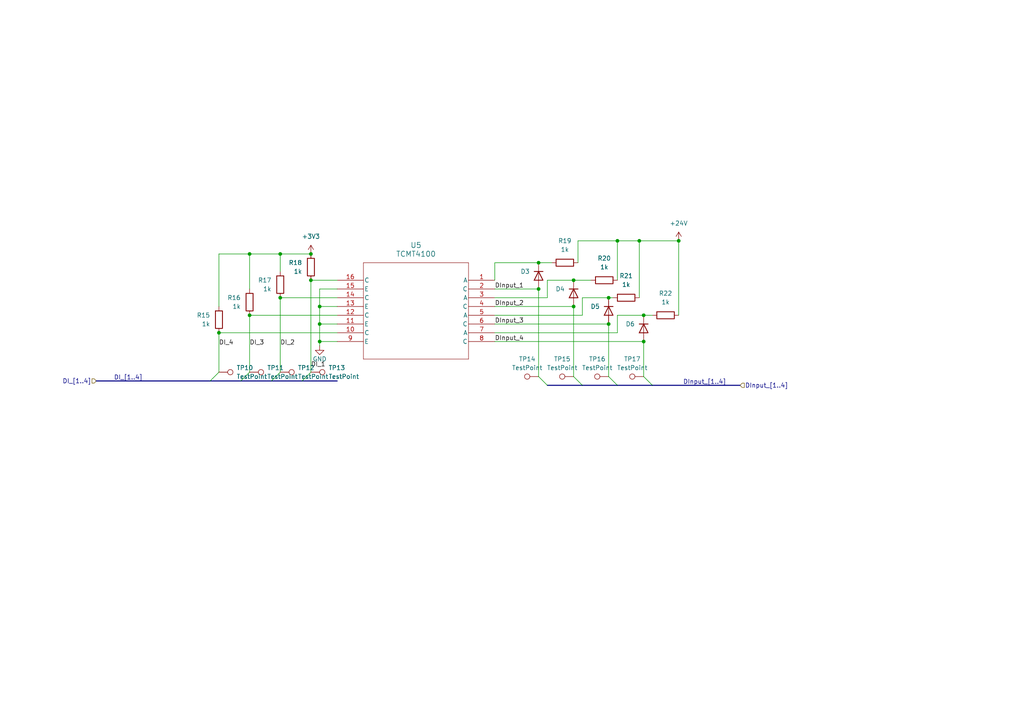
<source format=kicad_sch>
(kicad_sch
	(version 20231120)
	(generator "eeschema")
	(generator_version "8.0")
	(uuid "367302ec-2370-4de8-a40d-a401b2d7902b")
	(paper "A4")
	(lib_symbols
		(symbol "2024-05-30_00-10-32:TCMT4100"
			(pin_names
				(offset 0.254)
			)
			(exclude_from_sim no)
			(in_bom yes)
			(on_board yes)
			(property "Reference" "U"
				(at 22.86 10.16 0)
				(effects
					(font
						(size 1.524 1.524)
					)
				)
			)
			(property "Value" "TCMT4100"
				(at 22.86 7.62 0)
				(effects
					(font
						(size 1.524 1.524)
					)
				)
			)
			(property "Footprint" "SOP-16_TCMT_VIS"
				(at 0 0 0)
				(effects
					(font
						(size 1.27 1.27)
						(italic yes)
					)
					(hide yes)
				)
			)
			(property "Datasheet" "TCMT4100"
				(at 0 0 0)
				(effects
					(font
						(size 1.27 1.27)
						(italic yes)
					)
					(hide yes)
				)
			)
			(property "Description" ""
				(at 0 0 0)
				(effects
					(font
						(size 1.27 1.27)
					)
					(hide yes)
				)
			)
			(property "ki_locked" ""
				(at 0 0 0)
				(effects
					(font
						(size 1.27 1.27)
					)
				)
			)
			(property "ki_keywords" "TCMT4100"
				(at 0 0 0)
				(effects
					(font
						(size 1.27 1.27)
					)
					(hide yes)
				)
			)
			(property "ki_fp_filters" "SOP-16_TCMT_VIS SOP-16_TCMT_VIS-M SOP-16_TCMT_VIS-L"
				(at 0 0 0)
				(effects
					(font
						(size 1.27 1.27)
					)
					(hide yes)
				)
			)
			(symbol "TCMT4100_0_1"
				(polyline
					(pts
						(xy 7.62 -22.86) (xy 38.1 -22.86)
					)
					(stroke
						(width 0.127)
						(type default)
					)
					(fill
						(type none)
					)
				)
				(polyline
					(pts
						(xy 7.62 5.08) (xy 7.62 -22.86)
					)
					(stroke
						(width 0.127)
						(type default)
					)
					(fill
						(type none)
					)
				)
				(polyline
					(pts
						(xy 38.1 -22.86) (xy 38.1 5.08)
					)
					(stroke
						(width 0.127)
						(type default)
					)
					(fill
						(type none)
					)
				)
				(polyline
					(pts
						(xy 38.1 5.08) (xy 7.62 5.08)
					)
					(stroke
						(width 0.127)
						(type default)
					)
					(fill
						(type none)
					)
				)
				(pin unspecified line
					(at 0 0 0)
					(length 7.62)
					(name "A"
						(effects
							(font
								(size 1.27 1.27)
							)
						)
					)
					(number "1"
						(effects
							(font
								(size 1.27 1.27)
							)
						)
					)
				)
				(pin unspecified line
					(at 45.72 -15.24 180)
					(length 7.62)
					(name "C"
						(effects
							(font
								(size 1.27 1.27)
							)
						)
					)
					(number "10"
						(effects
							(font
								(size 1.27 1.27)
							)
						)
					)
				)
				(pin unspecified line
					(at 45.72 -12.7 180)
					(length 7.62)
					(name "E"
						(effects
							(font
								(size 1.27 1.27)
							)
						)
					)
					(number "11"
						(effects
							(font
								(size 1.27 1.27)
							)
						)
					)
				)
				(pin unspecified line
					(at 45.72 -10.16 180)
					(length 7.62)
					(name "C"
						(effects
							(font
								(size 1.27 1.27)
							)
						)
					)
					(number "12"
						(effects
							(font
								(size 1.27 1.27)
							)
						)
					)
				)
				(pin unspecified line
					(at 45.72 -7.62 180)
					(length 7.62)
					(name "E"
						(effects
							(font
								(size 1.27 1.27)
							)
						)
					)
					(number "13"
						(effects
							(font
								(size 1.27 1.27)
							)
						)
					)
				)
				(pin unspecified line
					(at 45.72 -5.08 180)
					(length 7.62)
					(name "C"
						(effects
							(font
								(size 1.27 1.27)
							)
						)
					)
					(number "14"
						(effects
							(font
								(size 1.27 1.27)
							)
						)
					)
				)
				(pin unspecified line
					(at 45.72 -2.54 180)
					(length 7.62)
					(name "E"
						(effects
							(font
								(size 1.27 1.27)
							)
						)
					)
					(number "15"
						(effects
							(font
								(size 1.27 1.27)
							)
						)
					)
				)
				(pin unspecified line
					(at 45.72 0 180)
					(length 7.62)
					(name "C"
						(effects
							(font
								(size 1.27 1.27)
							)
						)
					)
					(number "16"
						(effects
							(font
								(size 1.27 1.27)
							)
						)
					)
				)
				(pin unspecified line
					(at 0 -2.54 0)
					(length 7.62)
					(name "C"
						(effects
							(font
								(size 1.27 1.27)
							)
						)
					)
					(number "2"
						(effects
							(font
								(size 1.27 1.27)
							)
						)
					)
				)
				(pin unspecified line
					(at 0 -5.08 0)
					(length 7.62)
					(name "A"
						(effects
							(font
								(size 1.27 1.27)
							)
						)
					)
					(number "3"
						(effects
							(font
								(size 1.27 1.27)
							)
						)
					)
				)
				(pin unspecified line
					(at 0 -7.62 0)
					(length 7.62)
					(name "C"
						(effects
							(font
								(size 1.27 1.27)
							)
						)
					)
					(number "4"
						(effects
							(font
								(size 1.27 1.27)
							)
						)
					)
				)
				(pin unspecified line
					(at 0 -10.16 0)
					(length 7.62)
					(name "A"
						(effects
							(font
								(size 1.27 1.27)
							)
						)
					)
					(number "5"
						(effects
							(font
								(size 1.27 1.27)
							)
						)
					)
				)
				(pin unspecified line
					(at 0 -12.7 0)
					(length 7.62)
					(name "C"
						(effects
							(font
								(size 1.27 1.27)
							)
						)
					)
					(number "6"
						(effects
							(font
								(size 1.27 1.27)
							)
						)
					)
				)
				(pin unspecified line
					(at 0 -15.24 0)
					(length 7.62)
					(name "A"
						(effects
							(font
								(size 1.27 1.27)
							)
						)
					)
					(number "7"
						(effects
							(font
								(size 1.27 1.27)
							)
						)
					)
				)
				(pin unspecified line
					(at 0 -17.78 0)
					(length 7.62)
					(name "C"
						(effects
							(font
								(size 1.27 1.27)
							)
						)
					)
					(number "8"
						(effects
							(font
								(size 1.27 1.27)
							)
						)
					)
				)
				(pin unspecified line
					(at 45.72 -17.78 180)
					(length 7.62)
					(name "E"
						(effects
							(font
								(size 1.27 1.27)
							)
						)
					)
					(number "9"
						(effects
							(font
								(size 1.27 1.27)
							)
						)
					)
				)
			)
		)
		(symbol "Connector:TestPoint"
			(pin_numbers hide)
			(pin_names
				(offset 0.762) hide)
			(exclude_from_sim no)
			(in_bom yes)
			(on_board yes)
			(property "Reference" "TP"
				(at 0 6.858 0)
				(effects
					(font
						(size 1.27 1.27)
					)
				)
			)
			(property "Value" "TestPoint"
				(at 0 5.08 0)
				(effects
					(font
						(size 1.27 1.27)
					)
				)
			)
			(property "Footprint" ""
				(at 5.08 0 0)
				(effects
					(font
						(size 1.27 1.27)
					)
					(hide yes)
				)
			)
			(property "Datasheet" "~"
				(at 5.08 0 0)
				(effects
					(font
						(size 1.27 1.27)
					)
					(hide yes)
				)
			)
			(property "Description" "test point"
				(at 0 0 0)
				(effects
					(font
						(size 1.27 1.27)
					)
					(hide yes)
				)
			)
			(property "ki_keywords" "test point tp"
				(at 0 0 0)
				(effects
					(font
						(size 1.27 1.27)
					)
					(hide yes)
				)
			)
			(property "ki_fp_filters" "Pin* Test*"
				(at 0 0 0)
				(effects
					(font
						(size 1.27 1.27)
					)
					(hide yes)
				)
			)
			(symbol "TestPoint_0_1"
				(circle
					(center 0 3.302)
					(radius 0.762)
					(stroke
						(width 0)
						(type default)
					)
					(fill
						(type none)
					)
				)
			)
			(symbol "TestPoint_1_1"
				(pin passive line
					(at 0 0 90)
					(length 2.54)
					(name "1"
						(effects
							(font
								(size 1.27 1.27)
							)
						)
					)
					(number "1"
						(effects
							(font
								(size 1.27 1.27)
							)
						)
					)
				)
			)
		)
		(symbol "Device:D"
			(pin_numbers hide)
			(pin_names
				(offset 1.016) hide)
			(exclude_from_sim no)
			(in_bom yes)
			(on_board yes)
			(property "Reference" "D"
				(at 0 2.54 0)
				(effects
					(font
						(size 1.27 1.27)
					)
				)
			)
			(property "Value" "D"
				(at 0 -2.54 0)
				(effects
					(font
						(size 1.27 1.27)
					)
				)
			)
			(property "Footprint" ""
				(at 0 0 0)
				(effects
					(font
						(size 1.27 1.27)
					)
					(hide yes)
				)
			)
			(property "Datasheet" "~"
				(at 0 0 0)
				(effects
					(font
						(size 1.27 1.27)
					)
					(hide yes)
				)
			)
			(property "Description" "Diode"
				(at 0 0 0)
				(effects
					(font
						(size 1.27 1.27)
					)
					(hide yes)
				)
			)
			(property "Sim.Device" "D"
				(at 0 0 0)
				(effects
					(font
						(size 1.27 1.27)
					)
					(hide yes)
				)
			)
			(property "Sim.Pins" "1=K 2=A"
				(at 0 0 0)
				(effects
					(font
						(size 1.27 1.27)
					)
					(hide yes)
				)
			)
			(property "ki_keywords" "diode"
				(at 0 0 0)
				(effects
					(font
						(size 1.27 1.27)
					)
					(hide yes)
				)
			)
			(property "ki_fp_filters" "TO-???* *_Diode_* *SingleDiode* D_*"
				(at 0 0 0)
				(effects
					(font
						(size 1.27 1.27)
					)
					(hide yes)
				)
			)
			(symbol "D_0_1"
				(polyline
					(pts
						(xy -1.27 1.27) (xy -1.27 -1.27)
					)
					(stroke
						(width 0.254)
						(type default)
					)
					(fill
						(type none)
					)
				)
				(polyline
					(pts
						(xy 1.27 0) (xy -1.27 0)
					)
					(stroke
						(width 0)
						(type default)
					)
					(fill
						(type none)
					)
				)
				(polyline
					(pts
						(xy 1.27 1.27) (xy 1.27 -1.27) (xy -1.27 0) (xy 1.27 1.27)
					)
					(stroke
						(width 0.254)
						(type default)
					)
					(fill
						(type none)
					)
				)
			)
			(symbol "D_1_1"
				(pin passive line
					(at -3.81 0 0)
					(length 2.54)
					(name "K"
						(effects
							(font
								(size 1.27 1.27)
							)
						)
					)
					(number "1"
						(effects
							(font
								(size 1.27 1.27)
							)
						)
					)
				)
				(pin passive line
					(at 3.81 0 180)
					(length 2.54)
					(name "A"
						(effects
							(font
								(size 1.27 1.27)
							)
						)
					)
					(number "2"
						(effects
							(font
								(size 1.27 1.27)
							)
						)
					)
				)
			)
		)
		(symbol "Device:R"
			(pin_numbers hide)
			(pin_names
				(offset 0)
			)
			(exclude_from_sim no)
			(in_bom yes)
			(on_board yes)
			(property "Reference" "R"
				(at 2.032 0 90)
				(effects
					(font
						(size 1.27 1.27)
					)
				)
			)
			(property "Value" "R"
				(at 0 0 90)
				(effects
					(font
						(size 1.27 1.27)
					)
				)
			)
			(property "Footprint" ""
				(at -1.778 0 90)
				(effects
					(font
						(size 1.27 1.27)
					)
					(hide yes)
				)
			)
			(property "Datasheet" "~"
				(at 0 0 0)
				(effects
					(font
						(size 1.27 1.27)
					)
					(hide yes)
				)
			)
			(property "Description" "Resistor"
				(at 0 0 0)
				(effects
					(font
						(size 1.27 1.27)
					)
					(hide yes)
				)
			)
			(property "ki_keywords" "R res resistor"
				(at 0 0 0)
				(effects
					(font
						(size 1.27 1.27)
					)
					(hide yes)
				)
			)
			(property "ki_fp_filters" "R_*"
				(at 0 0 0)
				(effects
					(font
						(size 1.27 1.27)
					)
					(hide yes)
				)
			)
			(symbol "R_0_1"
				(rectangle
					(start -1.016 -2.54)
					(end 1.016 2.54)
					(stroke
						(width 0.254)
						(type default)
					)
					(fill
						(type none)
					)
				)
			)
			(symbol "R_1_1"
				(pin passive line
					(at 0 3.81 270)
					(length 1.27)
					(name "~"
						(effects
							(font
								(size 1.27 1.27)
							)
						)
					)
					(number "1"
						(effects
							(font
								(size 1.27 1.27)
							)
						)
					)
				)
				(pin passive line
					(at 0 -3.81 90)
					(length 1.27)
					(name "~"
						(effects
							(font
								(size 1.27 1.27)
							)
						)
					)
					(number "2"
						(effects
							(font
								(size 1.27 1.27)
							)
						)
					)
				)
			)
		)
		(symbol "power:+24V"
			(power)
			(pin_numbers hide)
			(pin_names
				(offset 0) hide)
			(exclude_from_sim no)
			(in_bom yes)
			(on_board yes)
			(property "Reference" "#PWR"
				(at 0 -3.81 0)
				(effects
					(font
						(size 1.27 1.27)
					)
					(hide yes)
				)
			)
			(property "Value" "+24V"
				(at 0 3.556 0)
				(effects
					(font
						(size 1.27 1.27)
					)
				)
			)
			(property "Footprint" ""
				(at 0 0 0)
				(effects
					(font
						(size 1.27 1.27)
					)
					(hide yes)
				)
			)
			(property "Datasheet" ""
				(at 0 0 0)
				(effects
					(font
						(size 1.27 1.27)
					)
					(hide yes)
				)
			)
			(property "Description" "Power symbol creates a global label with name \"+24V\""
				(at 0 0 0)
				(effects
					(font
						(size 1.27 1.27)
					)
					(hide yes)
				)
			)
			(property "ki_keywords" "global power"
				(at 0 0 0)
				(effects
					(font
						(size 1.27 1.27)
					)
					(hide yes)
				)
			)
			(symbol "+24V_0_1"
				(polyline
					(pts
						(xy -0.762 1.27) (xy 0 2.54)
					)
					(stroke
						(width 0)
						(type default)
					)
					(fill
						(type none)
					)
				)
				(polyline
					(pts
						(xy 0 0) (xy 0 2.54)
					)
					(stroke
						(width 0)
						(type default)
					)
					(fill
						(type none)
					)
				)
				(polyline
					(pts
						(xy 0 2.54) (xy 0.762 1.27)
					)
					(stroke
						(width 0)
						(type default)
					)
					(fill
						(type none)
					)
				)
			)
			(symbol "+24V_1_1"
				(pin power_in line
					(at 0 0 90)
					(length 0)
					(name "~"
						(effects
							(font
								(size 1.27 1.27)
							)
						)
					)
					(number "1"
						(effects
							(font
								(size 1.27 1.27)
							)
						)
					)
				)
			)
		)
		(symbol "power:+3V3"
			(power)
			(pin_numbers hide)
			(pin_names
				(offset 0) hide)
			(exclude_from_sim no)
			(in_bom yes)
			(on_board yes)
			(property "Reference" "#PWR"
				(at 0 -3.81 0)
				(effects
					(font
						(size 1.27 1.27)
					)
					(hide yes)
				)
			)
			(property "Value" "+3V3"
				(at 0 3.556 0)
				(effects
					(font
						(size 1.27 1.27)
					)
				)
			)
			(property "Footprint" ""
				(at 0 0 0)
				(effects
					(font
						(size 1.27 1.27)
					)
					(hide yes)
				)
			)
			(property "Datasheet" ""
				(at 0 0 0)
				(effects
					(font
						(size 1.27 1.27)
					)
					(hide yes)
				)
			)
			(property "Description" "Power symbol creates a global label with name \"+3V3\""
				(at 0 0 0)
				(effects
					(font
						(size 1.27 1.27)
					)
					(hide yes)
				)
			)
			(property "ki_keywords" "global power"
				(at 0 0 0)
				(effects
					(font
						(size 1.27 1.27)
					)
					(hide yes)
				)
			)
			(symbol "+3V3_0_1"
				(polyline
					(pts
						(xy -0.762 1.27) (xy 0 2.54)
					)
					(stroke
						(width 0)
						(type default)
					)
					(fill
						(type none)
					)
				)
				(polyline
					(pts
						(xy 0 0) (xy 0 2.54)
					)
					(stroke
						(width 0)
						(type default)
					)
					(fill
						(type none)
					)
				)
				(polyline
					(pts
						(xy 0 2.54) (xy 0.762 1.27)
					)
					(stroke
						(width 0)
						(type default)
					)
					(fill
						(type none)
					)
				)
			)
			(symbol "+3V3_1_1"
				(pin power_in line
					(at 0 0 90)
					(length 0)
					(name "~"
						(effects
							(font
								(size 1.27 1.27)
							)
						)
					)
					(number "1"
						(effects
							(font
								(size 1.27 1.27)
							)
						)
					)
				)
			)
		)
		(symbol "power:GND"
			(power)
			(pin_numbers hide)
			(pin_names
				(offset 0) hide)
			(exclude_from_sim no)
			(in_bom yes)
			(on_board yes)
			(property "Reference" "#PWR"
				(at 0 -6.35 0)
				(effects
					(font
						(size 1.27 1.27)
					)
					(hide yes)
				)
			)
			(property "Value" "GND"
				(at 0 -3.81 0)
				(effects
					(font
						(size 1.27 1.27)
					)
				)
			)
			(property "Footprint" ""
				(at 0 0 0)
				(effects
					(font
						(size 1.27 1.27)
					)
					(hide yes)
				)
			)
			(property "Datasheet" ""
				(at 0 0 0)
				(effects
					(font
						(size 1.27 1.27)
					)
					(hide yes)
				)
			)
			(property "Description" "Power symbol creates a global label with name \"GND\" , ground"
				(at 0 0 0)
				(effects
					(font
						(size 1.27 1.27)
					)
					(hide yes)
				)
			)
			(property "ki_keywords" "global power"
				(at 0 0 0)
				(effects
					(font
						(size 1.27 1.27)
					)
					(hide yes)
				)
			)
			(symbol "GND_0_1"
				(polyline
					(pts
						(xy 0 0) (xy 0 -1.27) (xy 1.27 -1.27) (xy 0 -2.54) (xy -1.27 -1.27) (xy 0 -1.27)
					)
					(stroke
						(width 0)
						(type default)
					)
					(fill
						(type none)
					)
				)
			)
			(symbol "GND_1_1"
				(pin power_in line
					(at 0 0 270)
					(length 0)
					(name "~"
						(effects
							(font
								(size 1.27 1.27)
							)
						)
					)
					(number "1"
						(effects
							(font
								(size 1.27 1.27)
							)
						)
					)
				)
			)
		)
	)
	(junction
		(at 63.5 96.52)
		(diameter 0)
		(color 0 0 0 0)
		(uuid "10b86e77-4623-43bb-9680-b18e27f24a16")
	)
	(junction
		(at 166.37 81.28)
		(diameter 0)
		(color 0 0 0 0)
		(uuid "132180f4-0947-406c-8069-6b828f2e6b20")
	)
	(junction
		(at 72.39 73.66)
		(diameter 0)
		(color 0 0 0 0)
		(uuid "15cd3d15-adec-4a8d-b1c5-e8c117c1139d")
	)
	(junction
		(at 81.28 73.66)
		(diameter 0)
		(color 0 0 0 0)
		(uuid "29dd6def-c50d-4f79-8aaa-b5fb14ff0d47")
	)
	(junction
		(at 156.21 83.82)
		(diameter 0)
		(color 0 0 0 0)
		(uuid "2c9719b6-9c05-47ae-8308-5320bfdb3597")
	)
	(junction
		(at 92.71 99.06)
		(diameter 0)
		(color 0 0 0 0)
		(uuid "2d6d674e-277a-4cfb-a2f0-95d4357318a6")
	)
	(junction
		(at 166.37 88.9)
		(diameter 0)
		(color 0 0 0 0)
		(uuid "3b8a8db6-4e0d-49c8-b019-7b34449879aa")
	)
	(junction
		(at 186.69 91.44)
		(diameter 0)
		(color 0 0 0 0)
		(uuid "475ed280-4bc6-4d67-9417-b13b4a91d4e8")
	)
	(junction
		(at 196.85 69.85)
		(diameter 0)
		(color 0 0 0 0)
		(uuid "47edb600-81af-49ef-a80f-8daac1b56dda")
	)
	(junction
		(at 92.71 88.9)
		(diameter 0)
		(color 0 0 0 0)
		(uuid "5fffec25-b4f9-48f3-a0b5-aa6ac7505e30")
	)
	(junction
		(at 185.42 69.85)
		(diameter 0)
		(color 0 0 0 0)
		(uuid "866e00cd-a7e4-43a5-a1dd-015b3e245480")
	)
	(junction
		(at 90.17 73.66)
		(diameter 0)
		(color 0 0 0 0)
		(uuid "87ff38b5-ccb8-4577-916c-26ceb921f3a6")
	)
	(junction
		(at 72.39 91.44)
		(diameter 0)
		(color 0 0 0 0)
		(uuid "8f76b923-a738-4a62-9559-31f1e6b4203d")
	)
	(junction
		(at 156.21 76.2)
		(diameter 0)
		(color 0 0 0 0)
		(uuid "98f88364-7138-4f2a-8c84-7f0e2b9a8bfd")
	)
	(junction
		(at 81.28 86.36)
		(diameter 0)
		(color 0 0 0 0)
		(uuid "ac4edd10-60cc-4256-9f19-9918e01be768")
	)
	(junction
		(at 176.53 86.36)
		(diameter 0)
		(color 0 0 0 0)
		(uuid "c3831e02-82c3-4e40-9bd4-99cfe66606a6")
	)
	(junction
		(at 92.71 93.98)
		(diameter 0)
		(color 0 0 0 0)
		(uuid "c48a793d-59fb-4680-ae6c-50558719eed4")
	)
	(junction
		(at 90.17 81.28)
		(diameter 0)
		(color 0 0 0 0)
		(uuid "e0832216-f16a-43d7-b53b-e28f773c4ec3")
	)
	(junction
		(at 176.53 93.98)
		(diameter 0)
		(color 0 0 0 0)
		(uuid "eb1f3769-6db7-43ff-9c79-96c694f592e4")
	)
	(junction
		(at 179.07 69.85)
		(diameter 0)
		(color 0 0 0 0)
		(uuid "f647f6f0-e1f4-4421-a664-de647a523b4f")
	)
	(junction
		(at 186.69 99.06)
		(diameter 0)
		(color 0 0 0 0)
		(uuid "f851ab30-f664-4135-9cbf-5d548308c7ad")
	)
	(bus_entry
		(at 60.96 110.49)
		(size 2.54 -2.54)
		(stroke
			(width 0)
			(type default)
		)
		(uuid "059cf935-d971-430d-88ef-8f0263fc1c99")
	)
	(bus_entry
		(at 179.07 111.76)
		(size -2.54 -2.54)
		(stroke
			(width 0)
			(type default)
		)
		(uuid "1565471d-6654-41c6-b3a8-8c17a0af2896")
	)
	(bus_entry
		(at 78.74 110.49)
		(size 2.54 -2.54)
		(stroke
			(width 0)
			(type default)
		)
		(uuid "17ff4996-29ac-42ee-8702-b6bdca51009c")
	)
	(bus_entry
		(at 69.85 110.49)
		(size 2.54 -2.54)
		(stroke
			(width 0)
			(type default)
		)
		(uuid "33c8f055-afee-47dd-b6de-0b1e59be91ea")
	)
	(bus_entry
		(at 158.75 111.76)
		(size -2.54 -2.54)
		(stroke
			(width 0)
			(type default)
		)
		(uuid "56b707d1-9cd1-4669-94ca-72e8d0f6b338")
	)
	(bus_entry
		(at 87.63 110.49)
		(size 2.54 -2.54)
		(stroke
			(width 0)
			(type default)
		)
		(uuid "6a8edd8b-895c-4f45-b7e4-80e63e6e60e8")
	)
	(bus_entry
		(at 168.91 111.76)
		(size -2.54 -2.54)
		(stroke
			(width 0)
			(type default)
		)
		(uuid "7c64423f-3676-49a0-9038-b9bf983bee3c")
	)
	(bus_entry
		(at 189.23 111.76)
		(size -2.54 -2.54)
		(stroke
			(width 0)
			(type default)
		)
		(uuid "bf2fd5c6-1994-4767-9e60-69a4cbd0d62b")
	)
	(bus
		(pts
			(xy 168.91 111.76) (xy 179.07 111.76)
		)
		(stroke
			(width 0)
			(type default)
		)
		(uuid "03af5183-7bde-47e5-9b6b-bb61b937d712")
	)
	(wire
		(pts
			(xy 63.5 88.9) (xy 63.5 73.66)
		)
		(stroke
			(width 0)
			(type default)
		)
		(uuid "041e5a0c-e91b-47c3-894d-c54ea76109fa")
	)
	(bus
		(pts
			(xy 87.63 110.49) (xy 97.79 110.49)
		)
		(stroke
			(width 0)
			(type default)
		)
		(uuid "09b7041d-2bad-42b0-a63d-1dd7bff4ca36")
	)
	(bus
		(pts
			(xy 179.07 111.76) (xy 189.23 111.76)
		)
		(stroke
			(width 0)
			(type default)
		)
		(uuid "10038d7b-aba8-4b34-990c-a89ff6158da0")
	)
	(wire
		(pts
			(xy 81.28 78.74) (xy 81.28 73.66)
		)
		(stroke
			(width 0)
			(type default)
		)
		(uuid "107a11fa-262d-4f02-a3e4-a4c306e828e8")
	)
	(wire
		(pts
			(xy 168.91 86.36) (xy 176.53 86.36)
		)
		(stroke
			(width 0)
			(type default)
		)
		(uuid "2446c511-4edc-4e2f-be82-c5c2f400a8a2")
	)
	(wire
		(pts
			(xy 143.51 96.52) (xy 179.07 96.52)
		)
		(stroke
			(width 0)
			(type default)
		)
		(uuid "2ba20a24-0740-42a8-a447-276df4d722c5")
	)
	(wire
		(pts
			(xy 63.5 73.66) (xy 72.39 73.66)
		)
		(stroke
			(width 0)
			(type default)
		)
		(uuid "2cd6c056-56bd-4169-ab35-95355c61f9bc")
	)
	(wire
		(pts
			(xy 160.02 76.2) (xy 156.21 76.2)
		)
		(stroke
			(width 0)
			(type default)
		)
		(uuid "2db1d98d-8d50-46ed-bf40-b7d5ff3ef312")
	)
	(wire
		(pts
			(xy 97.79 83.82) (xy 92.71 83.82)
		)
		(stroke
			(width 0)
			(type default)
		)
		(uuid "353d9a42-5f8c-40a0-9aef-78e59392ac7a")
	)
	(wire
		(pts
			(xy 97.79 93.98) (xy 92.71 93.98)
		)
		(stroke
			(width 0)
			(type default)
		)
		(uuid "39f78c01-3ddc-48ec-bcef-20655f269e29")
	)
	(bus
		(pts
			(xy 189.23 111.76) (xy 214.63 111.76)
		)
		(stroke
			(width 0)
			(type default)
		)
		(uuid "3d399b06-bfee-4c25-8344-49b247f3e92b")
	)
	(wire
		(pts
			(xy 143.51 86.36) (xy 158.75 86.36)
		)
		(stroke
			(width 0)
			(type default)
		)
		(uuid "4461c6cd-2a4a-4346-913d-5ea2d07adc83")
	)
	(bus
		(pts
			(xy 27.94 110.49) (xy 60.96 110.49)
		)
		(stroke
			(width 0)
			(type default)
		)
		(uuid "44bcef14-7911-4529-b959-e0899f1eb332")
	)
	(wire
		(pts
			(xy 97.79 81.28) (xy 90.17 81.28)
		)
		(stroke
			(width 0)
			(type default)
		)
		(uuid "4ae45d9b-0645-43e3-89dd-6673ae0d8899")
	)
	(wire
		(pts
			(xy 97.79 86.36) (xy 81.28 86.36)
		)
		(stroke
			(width 0)
			(type default)
		)
		(uuid "505e3b70-cd97-4da4-8870-da946b536d57")
	)
	(wire
		(pts
			(xy 97.79 88.9) (xy 92.71 88.9)
		)
		(stroke
			(width 0)
			(type default)
		)
		(uuid "50f5c048-f6fc-41ea-93c3-859c6cd81c74")
	)
	(wire
		(pts
			(xy 176.53 109.22) (xy 176.53 93.98)
		)
		(stroke
			(width 0)
			(type default)
		)
		(uuid "55299479-9802-427e-bf3c-f2aa98de3fab")
	)
	(wire
		(pts
			(xy 92.71 93.98) (xy 92.71 99.06)
		)
		(stroke
			(width 0)
			(type default)
		)
		(uuid "60e9edeb-6ad0-4a35-8183-e7f02336354b")
	)
	(bus
		(pts
			(xy 60.96 110.49) (xy 69.85 110.49)
		)
		(stroke
			(width 0)
			(type default)
		)
		(uuid "6973a5bf-bb28-40e5-a405-6d05d6965614")
	)
	(wire
		(pts
			(xy 185.42 86.36) (xy 185.42 69.85)
		)
		(stroke
			(width 0)
			(type default)
		)
		(uuid "6db133ab-c583-4d58-bfa1-7e3fc5013780")
	)
	(wire
		(pts
			(xy 92.71 99.06) (xy 92.71 100.33)
		)
		(stroke
			(width 0)
			(type default)
		)
		(uuid "736d63c2-a97e-4fa6-9d84-784f0ff3ace6")
	)
	(bus
		(pts
			(xy 78.74 110.49) (xy 87.63 110.49)
		)
		(stroke
			(width 0)
			(type default)
		)
		(uuid "74ee2bd9-5d31-49b4-ac4b-60b4d74221f2")
	)
	(wire
		(pts
			(xy 81.28 86.36) (xy 81.28 107.95)
		)
		(stroke
			(width 0)
			(type default)
		)
		(uuid "7510b788-ea75-4180-9c7f-0179decbf8c1")
	)
	(wire
		(pts
			(xy 143.51 91.44) (xy 168.91 91.44)
		)
		(stroke
			(width 0)
			(type default)
		)
		(uuid "7b6b93b7-b171-4ec6-9417-605067ee9c16")
	)
	(wire
		(pts
			(xy 158.75 81.28) (xy 166.37 81.28)
		)
		(stroke
			(width 0)
			(type default)
		)
		(uuid "7d5d8de4-6278-428d-89fa-d27dab7307ca")
	)
	(wire
		(pts
			(xy 143.51 81.28) (xy 143.51 76.2)
		)
		(stroke
			(width 0)
			(type default)
		)
		(uuid "80181cd8-8253-4867-a39d-fe9f03bd20cf")
	)
	(wire
		(pts
			(xy 92.71 88.9) (xy 92.71 93.98)
		)
		(stroke
			(width 0)
			(type default)
		)
		(uuid "8504b97c-377e-44a4-8dac-7db1856d0704")
	)
	(wire
		(pts
			(xy 186.69 99.06) (xy 186.69 109.22)
		)
		(stroke
			(width 0)
			(type default)
		)
		(uuid "8afe1cc0-d64b-4e27-b147-bc472bdfdfe7")
	)
	(wire
		(pts
			(xy 176.53 86.36) (xy 177.8 86.36)
		)
		(stroke
			(width 0)
			(type default)
		)
		(uuid "8c710d4b-bbd4-499c-b9cb-6a9febced72a")
	)
	(wire
		(pts
			(xy 92.71 83.82) (xy 92.71 88.9)
		)
		(stroke
			(width 0)
			(type default)
		)
		(uuid "8d80d129-6905-435f-aeb8-4b8c2c8cff2a")
	)
	(wire
		(pts
			(xy 97.79 91.44) (xy 72.39 91.44)
		)
		(stroke
			(width 0)
			(type default)
		)
		(uuid "919af3b5-a4d6-4f71-85e5-0c72498bec20")
	)
	(wire
		(pts
			(xy 167.64 69.85) (xy 179.07 69.85)
		)
		(stroke
			(width 0)
			(type default)
		)
		(uuid "957c7d24-3a5d-4a7c-b355-a5ca0aebf85f")
	)
	(wire
		(pts
			(xy 179.07 91.44) (xy 186.69 91.44)
		)
		(stroke
			(width 0)
			(type default)
		)
		(uuid "95a5d6e9-1746-4326-87c7-df97a6add8a8")
	)
	(wire
		(pts
			(xy 143.51 76.2) (xy 156.21 76.2)
		)
		(stroke
			(width 0)
			(type default)
		)
		(uuid "9b97a534-f9dc-4c09-8c1c-559db6ff74c9")
	)
	(wire
		(pts
			(xy 185.42 69.85) (xy 196.85 69.85)
		)
		(stroke
			(width 0)
			(type default)
		)
		(uuid "a08952ee-7d00-4b06-8075-acf9e0ef7828")
	)
	(wire
		(pts
			(xy 97.79 96.52) (xy 63.5 96.52)
		)
		(stroke
			(width 0)
			(type default)
		)
		(uuid "a6aff59a-9207-4b66-aed9-214cf40bcc5a")
	)
	(wire
		(pts
			(xy 158.75 86.36) (xy 158.75 81.28)
		)
		(stroke
			(width 0)
			(type default)
		)
		(uuid "a9cb1c23-4957-48c3-b15a-0d8a19a42f27")
	)
	(wire
		(pts
			(xy 156.21 109.22) (xy 156.21 83.82)
		)
		(stroke
			(width 0)
			(type default)
		)
		(uuid "ac299b08-a5af-45b0-840b-ffbc084c0fe5")
	)
	(wire
		(pts
			(xy 143.51 93.98) (xy 176.53 93.98)
		)
		(stroke
			(width 0)
			(type default)
		)
		(uuid "aeae9806-d9b3-4ad2-b246-7598fd848c39")
	)
	(wire
		(pts
			(xy 166.37 81.28) (xy 171.45 81.28)
		)
		(stroke
			(width 0)
			(type default)
		)
		(uuid "afccb7a8-02f8-4cc8-9bad-d26d7b49aa1b")
	)
	(wire
		(pts
			(xy 167.64 76.2) (xy 167.64 69.85)
		)
		(stroke
			(width 0)
			(type default)
		)
		(uuid "b52dc572-f014-40bd-b926-f849f5991900")
	)
	(wire
		(pts
			(xy 81.28 73.66) (xy 90.17 73.66)
		)
		(stroke
			(width 0)
			(type default)
		)
		(uuid "b81fa571-f054-4371-a83a-f17d81d5b9b8")
	)
	(bus
		(pts
			(xy 69.85 110.49) (xy 78.74 110.49)
		)
		(stroke
			(width 0)
			(type default)
		)
		(uuid "b861f5bb-ec59-4066-8eed-4e471dda9664")
	)
	(wire
		(pts
			(xy 143.51 88.9) (xy 166.37 88.9)
		)
		(stroke
			(width 0)
			(type default)
		)
		(uuid "b91ef663-e90a-4a65-bcec-cc74e30bf939")
	)
	(wire
		(pts
			(xy 72.39 83.82) (xy 72.39 73.66)
		)
		(stroke
			(width 0)
			(type default)
		)
		(uuid "bce6573d-3059-4874-8d94-eb57104b1693")
	)
	(wire
		(pts
			(xy 63.5 96.52) (xy 63.5 107.95)
		)
		(stroke
			(width 0)
			(type default)
		)
		(uuid "c0b7911f-513f-4342-a7e8-d42faa336543")
	)
	(bus
		(pts
			(xy 158.75 111.76) (xy 168.91 111.76)
		)
		(stroke
			(width 0)
			(type default)
		)
		(uuid "c9e2c1e7-c6dc-4d54-944d-fed130adaccc")
	)
	(wire
		(pts
			(xy 179.07 96.52) (xy 179.07 91.44)
		)
		(stroke
			(width 0)
			(type default)
		)
		(uuid "ca40051c-fc4e-40cc-b0e2-fee86c31f3b9")
	)
	(wire
		(pts
			(xy 179.07 81.28) (xy 179.07 69.85)
		)
		(stroke
			(width 0)
			(type default)
		)
		(uuid "d2984413-159d-4bb1-9760-bf7c7500feaf")
	)
	(wire
		(pts
			(xy 196.85 69.85) (xy 196.85 91.44)
		)
		(stroke
			(width 0)
			(type default)
		)
		(uuid "dc287909-df4f-47d3-8118-52862c885950")
	)
	(wire
		(pts
			(xy 90.17 81.28) (xy 90.17 107.95)
		)
		(stroke
			(width 0)
			(type default)
		)
		(uuid "dfb55582-9600-4c04-9e03-df6dca1d7dd0")
	)
	(wire
		(pts
			(xy 72.39 91.44) (xy 72.39 107.95)
		)
		(stroke
			(width 0)
			(type default)
		)
		(uuid "e42d96fc-4731-4245-bef6-fcb19fbe08f0")
	)
	(wire
		(pts
			(xy 97.79 99.06) (xy 92.71 99.06)
		)
		(stroke
			(width 0)
			(type default)
		)
		(uuid "eb2676bf-9868-4bf6-9c58-f035ce472cb9")
	)
	(wire
		(pts
			(xy 186.69 91.44) (xy 189.23 91.44)
		)
		(stroke
			(width 0)
			(type default)
		)
		(uuid "eb372782-f4de-45f6-923e-55465be0679a")
	)
	(wire
		(pts
			(xy 179.07 69.85) (xy 185.42 69.85)
		)
		(stroke
			(width 0)
			(type default)
		)
		(uuid "f1e99aed-d0d8-4c02-a2a0-8fc67538fa3a")
	)
	(wire
		(pts
			(xy 166.37 88.9) (xy 166.37 109.22)
		)
		(stroke
			(width 0)
			(type default)
		)
		(uuid "f48ce201-f09d-4c4c-ad59-3f8518819bf3")
	)
	(wire
		(pts
			(xy 143.51 83.82) (xy 156.21 83.82)
		)
		(stroke
			(width 0)
			(type default)
		)
		(uuid "f587436c-1659-4319-a8b0-71f5049967ae")
	)
	(wire
		(pts
			(xy 143.51 99.06) (xy 186.69 99.06)
		)
		(stroke
			(width 0)
			(type default)
		)
		(uuid "f6423604-262f-402e-82b3-65818445af39")
	)
	(wire
		(pts
			(xy 72.39 73.66) (xy 81.28 73.66)
		)
		(stroke
			(width 0)
			(type default)
		)
		(uuid "f6eae39e-22b4-43c4-81a8-d7907af64286")
	)
	(wire
		(pts
			(xy 168.91 91.44) (xy 168.91 86.36)
		)
		(stroke
			(width 0)
			(type default)
		)
		(uuid "fc4ec00d-4252-4cc7-8b74-a46b31ee6369")
	)
	(label "DI_4"
		(at 63.5 100.33 0)
		(fields_autoplaced yes)
		(effects
			(font
				(size 1.27 1.27)
			)
			(justify left bottom)
		)
		(uuid "0bce8008-c445-4abd-b301-43b8d597ed6d")
	)
	(label "DInput_2"
		(at 143.51 88.9 0)
		(fields_autoplaced yes)
		(effects
			(font
				(size 1.27 1.27)
			)
			(justify left bottom)
		)
		(uuid "277c13f4-f753-4d83-8c38-cae0b3159c2a")
	)
	(label "DInput_1"
		(at 143.51 83.82 0)
		(fields_autoplaced yes)
		(effects
			(font
				(size 1.27 1.27)
			)
			(justify left bottom)
		)
		(uuid "2bc15736-7ff1-4fb9-b033-9e150c67a66a")
	)
	(label "DInput_3"
		(at 143.51 93.98 0)
		(fields_autoplaced yes)
		(effects
			(font
				(size 1.27 1.27)
			)
			(justify left bottom)
		)
		(uuid "4eba7c81-de5d-47d9-aeae-5ff9276c7478")
	)
	(label "DI_3"
		(at 72.39 100.33 0)
		(fields_autoplaced yes)
		(effects
			(font
				(size 1.27 1.27)
			)
			(justify left bottom)
		)
		(uuid "64602b83-0775-4bea-bd13-ffa266edb530")
	)
	(label "DI_1"
		(at 90.17 106.68 0)
		(fields_autoplaced yes)
		(effects
			(font
				(size 1.27 1.27)
			)
			(justify left bottom)
		)
		(uuid "75d61d8e-7ada-48f0-adaa-3a20876c0368")
	)
	(label "DInput_[1..4]"
		(at 198.12 111.76 0)
		(fields_autoplaced yes)
		(effects
			(font
				(size 1.27 1.27)
			)
			(justify left bottom)
		)
		(uuid "8a2d5d2b-ce4c-45fd-84f5-5ad149522f85")
	)
	(label "DInput_4"
		(at 143.51 99.06 0)
		(fields_autoplaced yes)
		(effects
			(font
				(size 1.27 1.27)
			)
			(justify left bottom)
		)
		(uuid "cb73f11c-9f30-4ae3-8c24-11b3fb78f482")
	)
	(label "DI_2"
		(at 81.28 100.33 0)
		(fields_autoplaced yes)
		(effects
			(font
				(size 1.27 1.27)
			)
			(justify left bottom)
		)
		(uuid "d36efc2a-e733-45c7-b462-9288de04c028")
	)
	(label "DI_[1..4]"
		(at 33.02 110.49 0)
		(fields_autoplaced yes)
		(effects
			(font
				(size 1.27 1.27)
			)
			(justify left bottom)
		)
		(uuid "daa29006-973b-4851-8a67-24e44b24ae7d")
	)
	(hierarchical_label "DI_[1..4]"
		(shape input)
		(at 27.94 110.49 180)
		(fields_autoplaced yes)
		(effects
			(font
				(size 1.27 1.27)
			)
			(justify right)
		)
		(uuid "59827b92-e1a0-4849-b03f-eb85537badb9")
	)
	(hierarchical_label "DInput_[1..4]"
		(shape input)
		(at 214.63 111.76 0)
		(fields_autoplaced yes)
		(effects
			(font
				(size 1.27 1.27)
			)
			(justify left)
		)
		(uuid "a7c4532a-0c53-42ae-8f31-5270565f9899")
	)
	(symbol
		(lib_id "Device:R")
		(at 63.5 92.71 0)
		(mirror x)
		(unit 1)
		(exclude_from_sim no)
		(in_bom yes)
		(on_board yes)
		(dnp no)
		(fields_autoplaced yes)
		(uuid "0f23268a-9b88-49e6-84ac-e32d003ca5d6")
		(property "Reference" "R15"
			(at 60.96 91.4399 0)
			(effects
				(font
					(size 1.27 1.27)
				)
				(justify right)
			)
		)
		(property "Value" "1k"
			(at 60.96 93.9799 0)
			(effects
				(font
					(size 1.27 1.27)
				)
				(justify right)
			)
		)
		(property "Footprint" "Resistor_SMD:R_0402_1005Metric_Pad0.72x0.64mm_HandSolder"
			(at 61.722 92.71 90)
			(effects
				(font
					(size 1.27 1.27)
				)
				(hide yes)
			)
		)
		(property "Datasheet" "https://api.pim.na.industrial.panasonic.com/file_stream/main/fileversion/1242"
			(at 63.5 92.71 0)
			(effects
				(font
					(size 1.27 1.27)
				)
				(hide yes)
			)
		)
		(property "Description" "Resistor (ERJ-2GEJ102X)"
			(at 63.5 92.71 0)
			(effects
				(font
					(size 1.27 1.27)
				)
				(hide yes)
			)
		)
		(property "Manufacturer_Part_Number" "ERJ-2GEJ102X"
			(at 63.5 92.71 0)
			(effects
				(font
					(size 1.27 1.27)
				)
				(hide yes)
			)
		)
		(pin "1"
			(uuid "dc06e9bf-6383-4264-9fce-db635c2a9a4c")
		)
		(pin "2"
			(uuid "0c9bc92d-7a2d-4aa2-960a-73361812b961")
		)
		(instances
			(project "CabShield"
				(path "/423ac0d9-40b1-4bed-82b4-a9f410a0b373/373621f6-b11d-4414-adc0-ad901a059231"
					(reference "R15")
					(unit 1)
				)
			)
		)
	)
	(symbol
		(lib_id "Device:R")
		(at 81.28 82.55 0)
		(mirror x)
		(unit 1)
		(exclude_from_sim no)
		(in_bom yes)
		(on_board yes)
		(dnp no)
		(fields_autoplaced yes)
		(uuid "28f05724-71d9-4b4a-9dd1-a476b76915ef")
		(property "Reference" "R17"
			(at 78.74 81.2799 0)
			(effects
				(font
					(size 1.27 1.27)
				)
				(justify right)
			)
		)
		(property "Value" "1k"
			(at 78.74 83.8199 0)
			(effects
				(font
					(size 1.27 1.27)
				)
				(justify right)
			)
		)
		(property "Footprint" "Resistor_SMD:R_0402_1005Metric_Pad0.72x0.64mm_HandSolder"
			(at 79.502 82.55 90)
			(effects
				(font
					(size 1.27 1.27)
				)
				(hide yes)
			)
		)
		(property "Datasheet" "https://api.pim.na.industrial.panasonic.com/file_stream/main/fileversion/1242"
			(at 81.28 82.55 0)
			(effects
				(font
					(size 1.27 1.27)
				)
				(hide yes)
			)
		)
		(property "Description" "Resistor (ERJ-2GEJ102X)"
			(at 81.28 82.55 0)
			(effects
				(font
					(size 1.27 1.27)
				)
				(hide yes)
			)
		)
		(property "Manufacturer_Part_Number" "ERJ-2GEJ102X"
			(at 81.28 82.55 0)
			(effects
				(font
					(size 1.27 1.27)
				)
				(hide yes)
			)
		)
		(pin "1"
			(uuid "81fde5f7-0ff7-4674-99b4-a3814b747852")
		)
		(pin "2"
			(uuid "6cc89683-493e-4103-acc1-60384de3f805")
		)
		(instances
			(project "CabShield"
				(path "/423ac0d9-40b1-4bed-82b4-a9f410a0b373/373621f6-b11d-4414-adc0-ad901a059231"
					(reference "R17")
					(unit 1)
				)
			)
		)
	)
	(symbol
		(lib_id "Connector:TestPoint")
		(at 90.17 107.95 270)
		(unit 1)
		(exclude_from_sim no)
		(in_bom no)
		(on_board yes)
		(dnp no)
		(fields_autoplaced yes)
		(uuid "2cb12ebe-6810-4ce2-a048-c62301c04538")
		(property "Reference" "TP13"
			(at 95.25 106.6799 90)
			(effects
				(font
					(size 1.27 1.27)
				)
				(justify left)
			)
		)
		(property "Value" "TestPoint"
			(at 95.25 109.2199 90)
			(effects
				(font
					(size 1.27 1.27)
				)
				(justify left)
			)
		)
		(property "Footprint" "TestPoint:TestPoint_Pad_1.5x1.5mm"
			(at 90.17 113.03 0)
			(effects
				(font
					(size 1.27 1.27)
				)
				(hide yes)
			)
		)
		(property "Datasheet" "~"
			(at 90.17 113.03 0)
			(effects
				(font
					(size 1.27 1.27)
				)
				(hide yes)
			)
		)
		(property "Description" "test point"
			(at 90.17 107.95 0)
			(effects
				(font
					(size 1.27 1.27)
				)
				(hide yes)
			)
		)
		(pin "1"
			(uuid "c13bead3-758a-4c33-8b2c-3bb91b5cbe24")
		)
		(instances
			(project "CabShield"
				(path "/423ac0d9-40b1-4bed-82b4-a9f410a0b373/373621f6-b11d-4414-adc0-ad901a059231"
					(reference "TP13")
					(unit 1)
				)
			)
		)
	)
	(symbol
		(lib_id "2024-05-30_00-10-32:TCMT4100")
		(at 143.51 81.28 0)
		(mirror y)
		(unit 1)
		(exclude_from_sim no)
		(in_bom yes)
		(on_board yes)
		(dnp no)
		(fields_autoplaced yes)
		(uuid "30c25351-c651-4138-ae26-40aa97593d65")
		(property "Reference" "U5"
			(at 120.65 71.12 0)
			(effects
				(font
					(size 1.524 1.524)
				)
			)
		)
		(property "Value" "TCMT4100"
			(at 120.65 73.66 0)
			(effects
				(font
					(size 1.524 1.524)
				)
			)
		)
		(property "Footprint" "HyprLib:SOP-16_TCMT_VIS"
			(at 143.51 81.28 0)
			(effects
				(font
					(size 1.27 1.27)
					(italic yes)
				)
				(hide yes)
			)
		)
		(property "Datasheet" "https://www.vishay.com/docs/84181/tcmt4100.pdf"
			(at 143.51 81.28 0)
			(effects
				(font
					(size 1.27 1.27)
					(italic yes)
				)
				(hide yes)
			)
		)
		(property "Description" ""
			(at 143.51 81.28 0)
			(effects
				(font
					(size 1.27 1.27)
				)
				(hide yes)
			)
		)
		(property "Manufacturer_Part_Number" "TCMT4100"
			(at 143.51 81.28 0)
			(effects
				(font
					(size 1.27 1.27)
				)
				(hide yes)
			)
		)
		(pin "10"
			(uuid "97229d3b-196a-4adc-bee5-58ffb3103e96")
		)
		(pin "2"
			(uuid "a5662783-683b-4c7f-8042-6452a3ad9059")
		)
		(pin "11"
			(uuid "3c385811-3ef1-4ddd-9ed9-980ce8ca5159")
		)
		(pin "16"
			(uuid "b2c5b327-0f21-4440-8e18-d0e08331ef2d")
		)
		(pin "8"
			(uuid "1c4cf2d6-cb02-4df6-a165-6d85d60a40a2")
		)
		(pin "14"
			(uuid "74e29dfa-ec21-48cd-84a3-f61cddbfddaa")
		)
		(pin "5"
			(uuid "dec2aebf-064f-424d-8350-51ec4c72e63c")
		)
		(pin "12"
			(uuid "d515b055-85b9-4441-92cc-66ee0adda31a")
		)
		(pin "3"
			(uuid "db8c8fe8-6867-43bd-b913-0acad1c6dd6f")
		)
		(pin "15"
			(uuid "c87a05b3-ac79-4159-b313-aa908da4ebc5")
		)
		(pin "4"
			(uuid "2b8bd3f1-5743-4857-b9ef-65863b7d1ce5")
		)
		(pin "7"
			(uuid "a8aee553-22e2-4f21-b50c-cc965cafb88a")
		)
		(pin "9"
			(uuid "2ecaea7b-dd4c-43ff-aa73-166efaa5bbc1")
		)
		(pin "6"
			(uuid "c081a5ae-fc5d-4423-a1f7-f617a4dc87bb")
		)
		(pin "13"
			(uuid "e78ea18c-4c1f-4047-a025-e83b1195a56a")
		)
		(pin "1"
			(uuid "ea98017b-25ad-4f2a-8763-c4f207f263a0")
		)
		(instances
			(project "CabShield"
				(path "/423ac0d9-40b1-4bed-82b4-a9f410a0b373/373621f6-b11d-4414-adc0-ad901a059231"
					(reference "U5")
					(unit 1)
				)
			)
		)
	)
	(symbol
		(lib_id "power:+24V")
		(at 196.85 69.85 0)
		(mirror y)
		(unit 1)
		(exclude_from_sim no)
		(in_bom yes)
		(on_board yes)
		(dnp no)
		(fields_autoplaced yes)
		(uuid "322873de-117d-4397-aa91-c8a703d67042")
		(property "Reference" "#PWR021"
			(at 196.85 73.66 0)
			(effects
				(font
					(size 1.27 1.27)
				)
				(hide yes)
			)
		)
		(property "Value" "+24V"
			(at 196.85 64.77 0)
			(effects
				(font
					(size 1.27 1.27)
				)
			)
		)
		(property "Footprint" ""
			(at 196.85 69.85 0)
			(effects
				(font
					(size 1.27 1.27)
				)
				(hide yes)
			)
		)
		(property "Datasheet" ""
			(at 196.85 69.85 0)
			(effects
				(font
					(size 1.27 1.27)
				)
				(hide yes)
			)
		)
		(property "Description" "Power symbol creates a global label with name \"+24V\""
			(at 196.85 69.85 0)
			(effects
				(font
					(size 1.27 1.27)
				)
				(hide yes)
			)
		)
		(pin "1"
			(uuid "53de8a7a-4b10-4796-9eb0-f02392ed1680")
		)
		(instances
			(project "CabShield"
				(path "/423ac0d9-40b1-4bed-82b4-a9f410a0b373/373621f6-b11d-4414-adc0-ad901a059231"
					(reference "#PWR021")
					(unit 1)
				)
			)
		)
	)
	(symbol
		(lib_id "Device:D")
		(at 166.37 85.09 90)
		(mirror x)
		(unit 1)
		(exclude_from_sim no)
		(in_bom yes)
		(on_board yes)
		(dnp no)
		(fields_autoplaced yes)
		(uuid "3a992f05-4e88-45ed-8a48-e3044a7511c7")
		(property "Reference" "D4"
			(at 163.83 83.8199 90)
			(effects
				(font
					(size 1.27 1.27)
				)
				(justify left)
			)
		)
		(property "Value" "MMSZ5222BT1G"
			(at 163.83 86.3599 90)
			(effects
				(font
					(size 1.27 1.27)
				)
				(justify left)
				(hide yes)
			)
		)
		(property "Footprint" "Diode_SMD:D_SOD-123"
			(at 166.37 85.09 0)
			(effects
				(font
					(size 1.27 1.27)
				)
				(hide yes)
			)
		)
		(property "Datasheet" "https://www.onsemi.com/pdf/datasheet/mmsz5221bt1-d.pdf"
			(at 166.37 85.09 0)
			(effects
				(font
					(size 1.27 1.27)
				)
				(hide yes)
			)
		)
		(property "Description" "Diode"
			(at 166.37 85.09 0)
			(effects
				(font
					(size 1.27 1.27)
				)
				(hide yes)
			)
		)
		(property "Sim.Device" "D"
			(at 166.37 85.09 0)
			(effects
				(font
					(size 1.27 1.27)
				)
				(hide yes)
			)
		)
		(property "Sim.Pins" "1=K 2=A"
			(at 166.37 85.09 0)
			(effects
				(font
					(size 1.27 1.27)
				)
				(hide yes)
			)
		)
		(property "Manufacturer_Part_Number" "MMSZ5222BT1G"
			(at 166.37 85.09 0)
			(effects
				(font
					(size 1.27 1.27)
				)
				(hide yes)
			)
		)
		(pin "1"
			(uuid "f42ddfd5-99a2-4c91-b445-5c1019d12731")
		)
		(pin "2"
			(uuid "ed952edf-2b8b-480e-a3a8-ca3a104ba3a1")
		)
		(instances
			(project "CabShield"
				(path "/423ac0d9-40b1-4bed-82b4-a9f410a0b373/373621f6-b11d-4414-adc0-ad901a059231"
					(reference "D4")
					(unit 1)
				)
			)
		)
	)
	(symbol
		(lib_id "Device:R")
		(at 181.61 86.36 270)
		(mirror x)
		(unit 1)
		(exclude_from_sim no)
		(in_bom yes)
		(on_board yes)
		(dnp no)
		(fields_autoplaced yes)
		(uuid "40dd6129-efca-464f-9ff7-045ab86040bc")
		(property "Reference" "R21"
			(at 181.61 80.01 90)
			(effects
				(font
					(size 1.27 1.27)
				)
			)
		)
		(property "Value" "1k"
			(at 181.61 82.55 90)
			(effects
				(font
					(size 1.27 1.27)
				)
			)
		)
		(property "Footprint" "Resistor_SMD:R_0402_1005Metric_Pad0.72x0.64mm_HandSolder"
			(at 181.61 88.138 90)
			(effects
				(font
					(size 1.27 1.27)
				)
				(hide yes)
			)
		)
		(property "Datasheet" "https://api.pim.na.industrial.panasonic.com/file_stream/main/fileversion/1242"
			(at 181.61 86.36 0)
			(effects
				(font
					(size 1.27 1.27)
				)
				(hide yes)
			)
		)
		(property "Description" "Resistor (ERJ-2GEJ102X)"
			(at 181.61 86.36 0)
			(effects
				(font
					(size 1.27 1.27)
				)
				(hide yes)
			)
		)
		(property "Manufacturer_Part_Number" "ERJ-2GEJ102X"
			(at 181.61 86.36 0)
			(effects
				(font
					(size 1.27 1.27)
				)
				(hide yes)
			)
		)
		(pin "1"
			(uuid "264ffd43-5f68-453b-abc5-101d74741340")
		)
		(pin "2"
			(uuid "040bd7a9-27e8-400c-bdd5-ad71bfcdf0a9")
		)
		(instances
			(project "CabShield"
				(path "/423ac0d9-40b1-4bed-82b4-a9f410a0b373/373621f6-b11d-4414-adc0-ad901a059231"
					(reference "R21")
					(unit 1)
				)
			)
		)
	)
	(symbol
		(lib_id "power:GND")
		(at 92.71 100.33 0)
		(mirror y)
		(unit 1)
		(exclude_from_sim no)
		(in_bom yes)
		(on_board yes)
		(dnp no)
		(uuid "411fd392-28fa-4884-b8e4-0195b5cf0e55")
		(property "Reference" "#PWR020"
			(at 92.71 106.68 0)
			(effects
				(font
					(size 1.27 1.27)
				)
				(hide yes)
			)
		)
		(property "Value" "GND"
			(at 92.71 104.14 0)
			(effects
				(font
					(size 1.27 1.27)
				)
			)
		)
		(property "Footprint" ""
			(at 92.71 100.33 0)
			(effects
				(font
					(size 1.27 1.27)
				)
				(hide yes)
			)
		)
		(property "Datasheet" ""
			(at 92.71 100.33 0)
			(effects
				(font
					(size 1.27 1.27)
				)
				(hide yes)
			)
		)
		(property "Description" "Power symbol creates a global label with name \"GND\" , ground"
			(at 92.71 100.33 0)
			(effects
				(font
					(size 1.27 1.27)
				)
				(hide yes)
			)
		)
		(pin "1"
			(uuid "c89175d6-8043-4435-a93e-65b4ee3fe420")
		)
		(instances
			(project "CabShield"
				(path "/423ac0d9-40b1-4bed-82b4-a9f410a0b373/373621f6-b11d-4414-adc0-ad901a059231"
					(reference "#PWR020")
					(unit 1)
				)
			)
		)
	)
	(symbol
		(lib_id "Connector:TestPoint")
		(at 156.21 109.22 90)
		(unit 1)
		(exclude_from_sim no)
		(in_bom no)
		(on_board yes)
		(dnp no)
		(fields_autoplaced yes)
		(uuid "41fa60f4-6df1-4766-97ae-fd2dd3771f23")
		(property "Reference" "TP14"
			(at 152.908 104.14 90)
			(effects
				(font
					(size 1.27 1.27)
				)
			)
		)
		(property "Value" "TestPoint"
			(at 152.908 106.68 90)
			(effects
				(font
					(size 1.27 1.27)
				)
			)
		)
		(property "Footprint" "TestPoint:TestPoint_Pad_1.5x1.5mm"
			(at 156.21 104.14 0)
			(effects
				(font
					(size 1.27 1.27)
				)
				(hide yes)
			)
		)
		(property "Datasheet" "~"
			(at 156.21 104.14 0)
			(effects
				(font
					(size 1.27 1.27)
				)
				(hide yes)
			)
		)
		(property "Description" "test point"
			(at 156.21 109.22 0)
			(effects
				(font
					(size 1.27 1.27)
				)
				(hide yes)
			)
		)
		(pin "1"
			(uuid "901b3577-03ab-4d94-a04c-8edb98b67799")
		)
		(instances
			(project "CabShield"
				(path "/423ac0d9-40b1-4bed-82b4-a9f410a0b373/373621f6-b11d-4414-adc0-ad901a059231"
					(reference "TP14")
					(unit 1)
				)
			)
		)
	)
	(symbol
		(lib_id "Device:D")
		(at 186.69 95.25 90)
		(mirror x)
		(unit 1)
		(exclude_from_sim no)
		(in_bom yes)
		(on_board yes)
		(dnp no)
		(fields_autoplaced yes)
		(uuid "425eb9fc-3d0a-4142-bf84-ab76c4d06434")
		(property "Reference" "D6"
			(at 184.15 93.9799 90)
			(effects
				(font
					(size 1.27 1.27)
				)
				(justify left)
			)
		)
		(property "Value" "MMSZ5222BT1G"
			(at 184.15 96.5199 90)
			(effects
				(font
					(size 1.27 1.27)
				)
				(justify left)
				(hide yes)
			)
		)
		(property "Footprint" "Diode_SMD:D_SOD-123"
			(at 186.69 95.25 0)
			(effects
				(font
					(size 1.27 1.27)
				)
				(hide yes)
			)
		)
		(property "Datasheet" "https://www.onsemi.com/pdf/datasheet/mmsz5221bt1-d.pdf"
			(at 186.69 95.25 0)
			(effects
				(font
					(size 1.27 1.27)
				)
				(hide yes)
			)
		)
		(property "Description" "Diode"
			(at 186.69 95.25 0)
			(effects
				(font
					(size 1.27 1.27)
				)
				(hide yes)
			)
		)
		(property "Sim.Device" "D"
			(at 186.69 95.25 0)
			(effects
				(font
					(size 1.27 1.27)
				)
				(hide yes)
			)
		)
		(property "Sim.Pins" "1=K 2=A"
			(at 186.69 95.25 0)
			(effects
				(font
					(size 1.27 1.27)
				)
				(hide yes)
			)
		)
		(property "Manufacturer_Part_Number" "MMSZ5222BT1G"
			(at 186.69 95.25 0)
			(effects
				(font
					(size 1.27 1.27)
				)
				(hide yes)
			)
		)
		(pin "1"
			(uuid "a8c26e31-e308-44e0-ab58-b46e8366cfe6")
		)
		(pin "2"
			(uuid "0fca54e9-00e9-4ed5-b5f3-b556e4569cab")
		)
		(instances
			(project "CabShield"
				(path "/423ac0d9-40b1-4bed-82b4-a9f410a0b373/373621f6-b11d-4414-adc0-ad901a059231"
					(reference "D6")
					(unit 1)
				)
			)
		)
	)
	(symbol
		(lib_id "Connector:TestPoint")
		(at 72.39 107.95 270)
		(unit 1)
		(exclude_from_sim no)
		(in_bom no)
		(on_board yes)
		(dnp no)
		(fields_autoplaced yes)
		(uuid "53a6c417-422e-4195-ac8e-f631d3eb57ab")
		(property "Reference" "TP11"
			(at 77.47 106.6799 90)
			(effects
				(font
					(size 1.27 1.27)
				)
				(justify left)
			)
		)
		(property "Value" "TestPoint"
			(at 77.47 109.2199 90)
			(effects
				(font
					(size 1.27 1.27)
				)
				(justify left)
			)
		)
		(property "Footprint" "TestPoint:TestPoint_Pad_1.5x1.5mm"
			(at 72.39 113.03 0)
			(effects
				(font
					(size 1.27 1.27)
				)
				(hide yes)
			)
		)
		(property "Datasheet" "~"
			(at 72.39 113.03 0)
			(effects
				(font
					(size 1.27 1.27)
				)
				(hide yes)
			)
		)
		(property "Description" "test point"
			(at 72.39 107.95 0)
			(effects
				(font
					(size 1.27 1.27)
				)
				(hide yes)
			)
		)
		(pin "1"
			(uuid "27479865-5380-41af-bad3-69c54239ff0e")
		)
		(instances
			(project "CabShield"
				(path "/423ac0d9-40b1-4bed-82b4-a9f410a0b373/373621f6-b11d-4414-adc0-ad901a059231"
					(reference "TP11")
					(unit 1)
				)
			)
		)
	)
	(symbol
		(lib_id "Connector:TestPoint")
		(at 186.69 109.22 90)
		(unit 1)
		(exclude_from_sim no)
		(in_bom no)
		(on_board yes)
		(dnp no)
		(fields_autoplaced yes)
		(uuid "59729775-d81f-4fc2-bc99-ae4afd8ee941")
		(property "Reference" "TP17"
			(at 183.388 104.14 90)
			(effects
				(font
					(size 1.27 1.27)
				)
			)
		)
		(property "Value" "TestPoint"
			(at 183.388 106.68 90)
			(effects
				(font
					(size 1.27 1.27)
				)
			)
		)
		(property "Footprint" "TestPoint:TestPoint_Pad_1.5x1.5mm"
			(at 186.69 104.14 0)
			(effects
				(font
					(size 1.27 1.27)
				)
				(hide yes)
			)
		)
		(property "Datasheet" "~"
			(at 186.69 104.14 0)
			(effects
				(font
					(size 1.27 1.27)
				)
				(hide yes)
			)
		)
		(property "Description" "test point"
			(at 186.69 109.22 0)
			(effects
				(font
					(size 1.27 1.27)
				)
				(hide yes)
			)
		)
		(pin "1"
			(uuid "add54e6a-aaa6-4223-8d41-2fa71b30c625")
		)
		(instances
			(project "CabShield"
				(path "/423ac0d9-40b1-4bed-82b4-a9f410a0b373/373621f6-b11d-4414-adc0-ad901a059231"
					(reference "TP17")
					(unit 1)
				)
			)
		)
	)
	(symbol
		(lib_id "Device:R")
		(at 90.17 77.47 0)
		(mirror x)
		(unit 1)
		(exclude_from_sim no)
		(in_bom yes)
		(on_board yes)
		(dnp no)
		(fields_autoplaced yes)
		(uuid "7929584e-7406-430c-b04d-569119c17139")
		(property "Reference" "R18"
			(at 87.63 76.1999 0)
			(effects
				(font
					(size 1.27 1.27)
				)
				(justify right)
			)
		)
		(property "Value" "1k"
			(at 87.63 78.7399 0)
			(effects
				(font
					(size 1.27 1.27)
				)
				(justify right)
			)
		)
		(property "Footprint" "Resistor_SMD:R_0402_1005Metric_Pad0.72x0.64mm_HandSolder"
			(at 88.392 77.47 90)
			(effects
				(font
					(size 1.27 1.27)
				)
				(hide yes)
			)
		)
		(property "Datasheet" "https://api.pim.na.industrial.panasonic.com/file_stream/main/fileversion/1242"
			(at 90.17 77.47 0)
			(effects
				(font
					(size 1.27 1.27)
				)
				(hide yes)
			)
		)
		(property "Description" "Resistor (ERJ-2GEJ102X)"
			(at 90.17 77.47 0)
			(effects
				(font
					(size 1.27 1.27)
				)
				(hide yes)
			)
		)
		(property "Manufacturer_Part_Number" "ERJ-2GEJ102X"
			(at 90.17 77.47 0)
			(effects
				(font
					(size 1.27 1.27)
				)
				(hide yes)
			)
		)
		(pin "1"
			(uuid "c148ba7f-2751-471a-80dc-490f3b3e94cb")
		)
		(pin "2"
			(uuid "0f3d5f94-61d1-4706-a756-2c8cdc785af9")
		)
		(instances
			(project "CabShield"
				(path "/423ac0d9-40b1-4bed-82b4-a9f410a0b373/373621f6-b11d-4414-adc0-ad901a059231"
					(reference "R18")
					(unit 1)
				)
			)
		)
	)
	(symbol
		(lib_id "Connector:TestPoint")
		(at 166.37 109.22 90)
		(unit 1)
		(exclude_from_sim no)
		(in_bom no)
		(on_board yes)
		(dnp no)
		(fields_autoplaced yes)
		(uuid "862ab6dd-430d-4ff9-afb9-f16e1f16e66a")
		(property "Reference" "TP15"
			(at 163.068 104.14 90)
			(effects
				(font
					(size 1.27 1.27)
				)
			)
		)
		(property "Value" "TestPoint"
			(at 163.068 106.68 90)
			(effects
				(font
					(size 1.27 1.27)
				)
			)
		)
		(property "Footprint" "TestPoint:TestPoint_Pad_1.5x1.5mm"
			(at 166.37 104.14 0)
			(effects
				(font
					(size 1.27 1.27)
				)
				(hide yes)
			)
		)
		(property "Datasheet" "~"
			(at 166.37 104.14 0)
			(effects
				(font
					(size 1.27 1.27)
				)
				(hide yes)
			)
		)
		(property "Description" "test point"
			(at 166.37 109.22 0)
			(effects
				(font
					(size 1.27 1.27)
				)
				(hide yes)
			)
		)
		(pin "1"
			(uuid "1a781bde-57ef-4973-a9e2-0e21bd423a07")
		)
		(instances
			(project "CabShield"
				(path "/423ac0d9-40b1-4bed-82b4-a9f410a0b373/373621f6-b11d-4414-adc0-ad901a059231"
					(reference "TP15")
					(unit 1)
				)
			)
		)
	)
	(symbol
		(lib_id "Device:D")
		(at 176.53 90.17 90)
		(mirror x)
		(unit 1)
		(exclude_from_sim no)
		(in_bom yes)
		(on_board yes)
		(dnp no)
		(fields_autoplaced yes)
		(uuid "88bcdce8-e0b0-4621-a758-992a6efec3a3")
		(property "Reference" "D5"
			(at 173.99 88.8999 90)
			(effects
				(font
					(size 1.27 1.27)
				)
				(justify left)
			)
		)
		(property "Value" "MMSZ5222BT1G"
			(at 173.99 91.4399 90)
			(effects
				(font
					(size 1.27 1.27)
				)
				(justify left)
				(hide yes)
			)
		)
		(property "Footprint" "Diode_SMD:D_SOD-123"
			(at 176.53 90.17 0)
			(effects
				(font
					(size 1.27 1.27)
				)
				(hide yes)
			)
		)
		(property "Datasheet" "https://www.onsemi.com/pdf/datasheet/mmsz5221bt1-d.pdf"
			(at 176.53 90.17 0)
			(effects
				(font
					(size 1.27 1.27)
				)
				(hide yes)
			)
		)
		(property "Description" "Diode"
			(at 176.53 90.17 0)
			(effects
				(font
					(size 1.27 1.27)
				)
				(hide yes)
			)
		)
		(property "Sim.Device" "D"
			(at 176.53 90.17 0)
			(effects
				(font
					(size 1.27 1.27)
				)
				(hide yes)
			)
		)
		(property "Sim.Pins" "1=K 2=A"
			(at 176.53 90.17 0)
			(effects
				(font
					(size 1.27 1.27)
				)
				(hide yes)
			)
		)
		(property "Manufacturer_Part_Number" "MMSZ5222BT1G"
			(at 176.53 90.17 0)
			(effects
				(font
					(size 1.27 1.27)
				)
				(hide yes)
			)
		)
		(pin "1"
			(uuid "52bdacdb-c45a-4481-bcfe-faee7889790a")
		)
		(pin "2"
			(uuid "2820e511-034f-4ee0-a1e0-80cb62054d15")
		)
		(instances
			(project "CabShield"
				(path "/423ac0d9-40b1-4bed-82b4-a9f410a0b373/373621f6-b11d-4414-adc0-ad901a059231"
					(reference "D5")
					(unit 1)
				)
			)
		)
	)
	(symbol
		(lib_id "Device:R")
		(at 193.04 91.44 270)
		(mirror x)
		(unit 1)
		(exclude_from_sim no)
		(in_bom yes)
		(on_board yes)
		(dnp no)
		(fields_autoplaced yes)
		(uuid "afadc5c7-55e6-47c9-b369-d63443f23d94")
		(property "Reference" "R22"
			(at 193.04 85.09 90)
			(effects
				(font
					(size 1.27 1.27)
				)
			)
		)
		(property "Value" "1k"
			(at 193.04 87.63 90)
			(effects
				(font
					(size 1.27 1.27)
				)
			)
		)
		(property "Footprint" "Resistor_SMD:R_0402_1005Metric_Pad0.72x0.64mm_HandSolder"
			(at 193.04 93.218 90)
			(effects
				(font
					(size 1.27 1.27)
				)
				(hide yes)
			)
		)
		(property "Datasheet" "https://api.pim.na.industrial.panasonic.com/file_stream/main/fileversion/1242"
			(at 193.04 91.44 0)
			(effects
				(font
					(size 1.27 1.27)
				)
				(hide yes)
			)
		)
		(property "Description" "Resistor (ERJ-2GEJ102X)"
			(at 193.04 91.44 0)
			(effects
				(font
					(size 1.27 1.27)
				)
				(hide yes)
			)
		)
		(property "Manufacturer_Part_Number" "ERJ-2GEJ102X"
			(at 193.04 91.44 0)
			(effects
				(font
					(size 1.27 1.27)
				)
				(hide yes)
			)
		)
		(pin "1"
			(uuid "dfc0f930-25c0-4b89-8ca7-be86d04789a1")
		)
		(pin "2"
			(uuid "9a735e53-0069-461b-b974-f12192b786d0")
		)
		(instances
			(project "CabShield"
				(path "/423ac0d9-40b1-4bed-82b4-a9f410a0b373/373621f6-b11d-4414-adc0-ad901a059231"
					(reference "R22")
					(unit 1)
				)
			)
		)
	)
	(symbol
		(lib_id "Connector:TestPoint")
		(at 81.28 107.95 270)
		(unit 1)
		(exclude_from_sim no)
		(in_bom no)
		(on_board yes)
		(dnp no)
		(fields_autoplaced yes)
		(uuid "c40ddfe5-465c-4550-a2ef-ed9b71814cef")
		(property "Reference" "TP12"
			(at 86.36 106.6799 90)
			(effects
				(font
					(size 1.27 1.27)
				)
				(justify left)
			)
		)
		(property "Value" "TestPoint"
			(at 86.36 109.2199 90)
			(effects
				(font
					(size 1.27 1.27)
				)
				(justify left)
			)
		)
		(property "Footprint" "TestPoint:TestPoint_Pad_1.5x1.5mm"
			(at 81.28 113.03 0)
			(effects
				(font
					(size 1.27 1.27)
				)
				(hide yes)
			)
		)
		(property "Datasheet" "~"
			(at 81.28 113.03 0)
			(effects
				(font
					(size 1.27 1.27)
				)
				(hide yes)
			)
		)
		(property "Description" "test point"
			(at 81.28 107.95 0)
			(effects
				(font
					(size 1.27 1.27)
				)
				(hide yes)
			)
		)
		(pin "1"
			(uuid "679e056d-043b-4119-82ed-1f7e6cbf56f5")
		)
		(instances
			(project "CabShield"
				(path "/423ac0d9-40b1-4bed-82b4-a9f410a0b373/373621f6-b11d-4414-adc0-ad901a059231"
					(reference "TP12")
					(unit 1)
				)
			)
		)
	)
	(symbol
		(lib_id "Device:R")
		(at 175.26 81.28 270)
		(mirror x)
		(unit 1)
		(exclude_from_sim no)
		(in_bom yes)
		(on_board yes)
		(dnp no)
		(fields_autoplaced yes)
		(uuid "c7f183e7-2bc7-404b-8012-0b529eafdd14")
		(property "Reference" "R20"
			(at 175.26 74.93 90)
			(effects
				(font
					(size 1.27 1.27)
				)
			)
		)
		(property "Value" "1k"
			(at 175.26 77.47 90)
			(effects
				(font
					(size 1.27 1.27)
				)
			)
		)
		(property "Footprint" "Resistor_SMD:R_0402_1005Metric_Pad0.72x0.64mm_HandSolder"
			(at 175.26 83.058 90)
			(effects
				(font
					(size 1.27 1.27)
				)
				(hide yes)
			)
		)
		(property "Datasheet" "https://api.pim.na.industrial.panasonic.com/file_stream/main/fileversion/1242"
			(at 175.26 81.28 0)
			(effects
				(font
					(size 1.27 1.27)
				)
				(hide yes)
			)
		)
		(property "Description" "Resistor (ERJ-2GEJ102X)"
			(at 175.26 81.28 0)
			(effects
				(font
					(size 1.27 1.27)
				)
				(hide yes)
			)
		)
		(property "Manufacturer_Part_Number" "ERJ-2GEJ102X"
			(at 175.26 81.28 0)
			(effects
				(font
					(size 1.27 1.27)
				)
				(hide yes)
			)
		)
		(pin "1"
			(uuid "6b705c46-16ed-478e-aeaa-b29ab2dd1a0b")
		)
		(pin "2"
			(uuid "250513c4-e7e6-43b5-ade3-40d3fb284aa5")
		)
		(instances
			(project "CabShield"
				(path "/423ac0d9-40b1-4bed-82b4-a9f410a0b373/373621f6-b11d-4414-adc0-ad901a059231"
					(reference "R20")
					(unit 1)
				)
			)
		)
	)
	(symbol
		(lib_id "Connector:TestPoint")
		(at 176.53 109.22 90)
		(unit 1)
		(exclude_from_sim no)
		(in_bom no)
		(on_board yes)
		(dnp no)
		(fields_autoplaced yes)
		(uuid "d1864376-8e5e-4f7c-937e-fadfe1c4abe6")
		(property "Reference" "TP16"
			(at 173.228 104.14 90)
			(effects
				(font
					(size 1.27 1.27)
				)
			)
		)
		(property "Value" "TestPoint"
			(at 173.228 106.68 90)
			(effects
				(font
					(size 1.27 1.27)
				)
			)
		)
		(property "Footprint" "TestPoint:TestPoint_Pad_1.5x1.5mm"
			(at 176.53 104.14 0)
			(effects
				(font
					(size 1.27 1.27)
				)
				(hide yes)
			)
		)
		(property "Datasheet" "~"
			(at 176.53 104.14 0)
			(effects
				(font
					(size 1.27 1.27)
				)
				(hide yes)
			)
		)
		(property "Description" "test point"
			(at 176.53 109.22 0)
			(effects
				(font
					(size 1.27 1.27)
				)
				(hide yes)
			)
		)
		(pin "1"
			(uuid "cf660548-6e08-45a2-8251-9bc9397230fa")
		)
		(instances
			(project "CabShield"
				(path "/423ac0d9-40b1-4bed-82b4-a9f410a0b373/373621f6-b11d-4414-adc0-ad901a059231"
					(reference "TP16")
					(unit 1)
				)
			)
		)
	)
	(symbol
		(lib_id "power:+3V3")
		(at 90.17 73.66 0)
		(mirror y)
		(unit 1)
		(exclude_from_sim no)
		(in_bom yes)
		(on_board yes)
		(dnp no)
		(fields_autoplaced yes)
		(uuid "dd9f7dec-de30-4355-a54d-fa797b6aeb74")
		(property "Reference" "#PWR019"
			(at 90.17 77.47 0)
			(effects
				(font
					(size 1.27 1.27)
				)
				(hide yes)
			)
		)
		(property "Value" "+3V3"
			(at 90.17 68.58 0)
			(effects
				(font
					(size 1.27 1.27)
				)
			)
		)
		(property "Footprint" ""
			(at 90.17 73.66 0)
			(effects
				(font
					(size 1.27 1.27)
				)
				(hide yes)
			)
		)
		(property "Datasheet" ""
			(at 90.17 73.66 0)
			(effects
				(font
					(size 1.27 1.27)
				)
				(hide yes)
			)
		)
		(property "Description" "Power symbol creates a global label with name \"+3V3\""
			(at 90.17 73.66 0)
			(effects
				(font
					(size 1.27 1.27)
				)
				(hide yes)
			)
		)
		(pin "1"
			(uuid "54882934-70f2-43f2-b180-d7547cfb3888")
		)
		(instances
			(project "CabShield"
				(path "/423ac0d9-40b1-4bed-82b4-a9f410a0b373/373621f6-b11d-4414-adc0-ad901a059231"
					(reference "#PWR019")
					(unit 1)
				)
			)
		)
	)
	(symbol
		(lib_id "Connector:TestPoint")
		(at 63.5 107.95 270)
		(unit 1)
		(exclude_from_sim no)
		(in_bom no)
		(on_board yes)
		(dnp no)
		(fields_autoplaced yes)
		(uuid "e55980ed-4de8-4b7d-bdb7-129bac290786")
		(property "Reference" "TP10"
			(at 68.58 106.6799 90)
			(effects
				(font
					(size 1.27 1.27)
				)
				(justify left)
			)
		)
		(property "Value" "TestPoint"
			(at 68.58 109.2199 90)
			(effects
				(font
					(size 1.27 1.27)
				)
				(justify left)
			)
		)
		(property "Footprint" "TestPoint:TestPoint_Pad_1.5x1.5mm"
			(at 63.5 113.03 0)
			(effects
				(font
					(size 1.27 1.27)
				)
				(hide yes)
			)
		)
		(property "Datasheet" "~"
			(at 63.5 113.03 0)
			(effects
				(font
					(size 1.27 1.27)
				)
				(hide yes)
			)
		)
		(property "Description" "test point"
			(at 63.5 107.95 0)
			(effects
				(font
					(size 1.27 1.27)
				)
				(hide yes)
			)
		)
		(pin "1"
			(uuid "d86ada2b-b704-4afa-9aa1-5470dc61c52d")
		)
		(instances
			(project "CabShield"
				(path "/423ac0d9-40b1-4bed-82b4-a9f410a0b373/373621f6-b11d-4414-adc0-ad901a059231"
					(reference "TP10")
					(unit 1)
				)
			)
		)
	)
	(symbol
		(lib_id "Device:R")
		(at 72.39 87.63 0)
		(mirror x)
		(unit 1)
		(exclude_from_sim no)
		(in_bom yes)
		(on_board yes)
		(dnp no)
		(fields_autoplaced yes)
		(uuid "eaf50e9a-ced1-42fd-8f1b-23c11e608755")
		(property "Reference" "R16"
			(at 69.85 86.3599 0)
			(effects
				(font
					(size 1.27 1.27)
				)
				(justify right)
			)
		)
		(property "Value" "1k"
			(at 69.85 88.8999 0)
			(effects
				(font
					(size 1.27 1.27)
				)
				(justify right)
			)
		)
		(property "Footprint" "Resistor_SMD:R_0402_1005Metric_Pad0.72x0.64mm_HandSolder"
			(at 70.612 87.63 90)
			(effects
				(font
					(size 1.27 1.27)
				)
				(hide yes)
			)
		)
		(property "Datasheet" "https://api.pim.na.industrial.panasonic.com/file_stream/main/fileversion/1242"
			(at 72.39 87.63 0)
			(effects
				(font
					(size 1.27 1.27)
				)
				(hide yes)
			)
		)
		(property "Description" "Resistor (ERJ-2GEJ102X)"
			(at 72.39 87.63 0)
			(effects
				(font
					(size 1.27 1.27)
				)
				(hide yes)
			)
		)
		(property "Manufacturer_Part_Number" "ERJ-2GEJ102X"
			(at 72.39 87.63 0)
			(effects
				(font
					(size 1.27 1.27)
				)
				(hide yes)
			)
		)
		(pin "1"
			(uuid "4a234093-1356-4180-841e-19feb3d7e0df")
		)
		(pin "2"
			(uuid "b0c8b900-87ec-45f5-bad0-fc9a42d3be00")
		)
		(instances
			(project "CabShield"
				(path "/423ac0d9-40b1-4bed-82b4-a9f410a0b373/373621f6-b11d-4414-adc0-ad901a059231"
					(reference "R16")
					(unit 1)
				)
			)
		)
	)
	(symbol
		(lib_id "Device:R")
		(at 163.83 76.2 270)
		(mirror x)
		(unit 1)
		(exclude_from_sim no)
		(in_bom yes)
		(on_board yes)
		(dnp no)
		(fields_autoplaced yes)
		(uuid "f9e92359-3a25-4d2f-9915-2a25acd42525")
		(property "Reference" "R19"
			(at 163.83 69.85 90)
			(effects
				(font
					(size 1.27 1.27)
				)
			)
		)
		(property "Value" "1k"
			(at 163.83 72.39 90)
			(effects
				(font
					(size 1.27 1.27)
				)
			)
		)
		(property "Footprint" "Resistor_SMD:R_0402_1005Metric_Pad0.72x0.64mm_HandSolder"
			(at 163.83 77.978 90)
			(effects
				(font
					(size 1.27 1.27)
				)
				(hide yes)
			)
		)
		(property "Datasheet" "https://api.pim.na.industrial.panasonic.com/file_stream/main/fileversion/1242"
			(at 163.83 76.2 0)
			(effects
				(font
					(size 1.27 1.27)
				)
				(hide yes)
			)
		)
		(property "Description" "Resistor (ERJ-2GEJ102X)"
			(at 163.83 76.2 0)
			(effects
				(font
					(size 1.27 1.27)
				)
				(hide yes)
			)
		)
		(property "Manufacturer_Part_Number" "ERJ-2GEJ102X"
			(at 163.83 76.2 0)
			(effects
				(font
					(size 1.27 1.27)
				)
				(hide yes)
			)
		)
		(pin "1"
			(uuid "b3041c88-3441-405d-aa84-084432fe075b")
		)
		(pin "2"
			(uuid "e6390e02-c808-4e38-ab71-73efc571bed6")
		)
		(instances
			(project "CabShield"
				(path "/423ac0d9-40b1-4bed-82b4-a9f410a0b373/373621f6-b11d-4414-adc0-ad901a059231"
					(reference "R19")
					(unit 1)
				)
			)
		)
	)
	(symbol
		(lib_id "Device:D")
		(at 156.21 80.01 90)
		(mirror x)
		(unit 1)
		(exclude_from_sim no)
		(in_bom yes)
		(on_board yes)
		(dnp no)
		(fields_autoplaced yes)
		(uuid "fdab8118-aab3-46b8-aa4b-03e3df1f3b07")
		(property "Reference" "D3"
			(at 153.67 78.7399 90)
			(effects
				(font
					(size 1.27 1.27)
				)
				(justify left)
			)
		)
		(property "Value" "MMSZ5222BT1G"
			(at 153.67 81.2799 90)
			(effects
				(font
					(size 1.27 1.27)
				)
				(justify left)
				(hide yes)
			)
		)
		(property "Footprint" "Diode_SMD:D_SOD-123"
			(at 156.21 80.01 0)
			(effects
				(font
					(size 1.27 1.27)
				)
				(hide yes)
			)
		)
		(property "Datasheet" "https://www.onsemi.com/pdf/datasheet/mmsz5221bt1-d.pdf"
			(at 156.21 80.01 0)
			(effects
				(font
					(size 1.27 1.27)
				)
				(hide yes)
			)
		)
		(property "Description" "Diode"
			(at 156.21 80.01 0)
			(effects
				(font
					(size 1.27 1.27)
				)
				(hide yes)
			)
		)
		(property "Sim.Device" "D"
			(at 156.21 80.01 0)
			(effects
				(font
					(size 1.27 1.27)
				)
				(hide yes)
			)
		)
		(property "Sim.Pins" "1=K 2=A"
			(at 156.21 80.01 0)
			(effects
				(font
					(size 1.27 1.27)
				)
				(hide yes)
			)
		)
		(property "Manufacturer_Part_Number" "MMSZ5222BT1G"
			(at 156.21 80.01 0)
			(effects
				(font
					(size 1.27 1.27)
				)
				(hide yes)
			)
		)
		(pin "1"
			(uuid "7a67dea6-a72a-4185-be78-bd9570d6b360")
		)
		(pin "2"
			(uuid "a28e8ccb-1019-48f0-9e8a-840601b26500")
		)
		(instances
			(project "CabShield"
				(path "/423ac0d9-40b1-4bed-82b4-a9f410a0b373/373621f6-b11d-4414-adc0-ad901a059231"
					(reference "D3")
					(unit 1)
				)
			)
		)
	)
)

</source>
